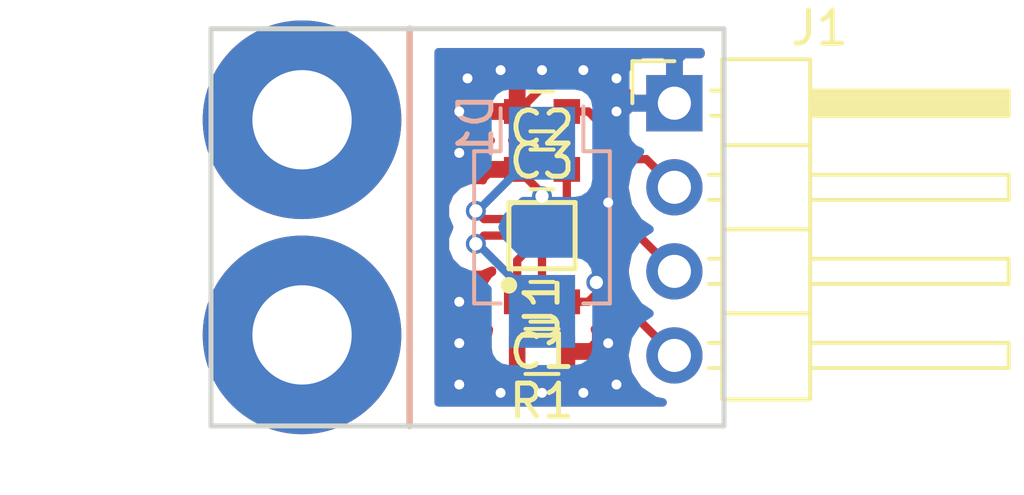
<source format=kicad_pcb>
(kicad_pcb (version 4) (host pcbnew 4.0.7-e2-6376~58~ubuntu17.04.1)

  (general
    (links 32)
    (no_connects 0)
    (area 143.8 95.025 175.025001 111.825)
    (thickness 1.6)
    (drawings 6)
    (tracks 55)
    (zones 0)
    (modules 26)
    (nets 9)
  )

  (page A4)
  (layers
    (0 F.Cu signal)
    (31 B.Cu signal)
    (32 B.Adhes user)
    (33 F.Adhes user)
    (34 B.Paste user)
    (35 F.Paste user)
    (36 B.SilkS user)
    (37 F.SilkS user)
    (38 B.Mask user)
    (39 F.Mask user)
    (40 Dwgs.User user)
    (41 Cmts.User user)
    (42 Eco1.User user)
    (43 Eco2.User user)
    (44 Edge.Cuts user)
    (45 Margin user)
    (46 B.CrtYd user)
    (47 F.CrtYd user)
    (48 B.Fab user)
    (49 F.Fab user)
  )

  (setup
    (last_trace_width 0.25)
    (trace_clearance 0.2)
    (zone_clearance 0.508)
    (zone_45_only no)
    (trace_min 0.2)
    (segment_width 0.2)
    (edge_width 0.15)
    (via_size 0.6)
    (via_drill 0.4)
    (via_min_size 0.4)
    (via_min_drill 0.3)
    (uvia_size 0.3)
    (uvia_drill 0.1)
    (uvias_allowed no)
    (uvia_min_size 0.2)
    (uvia_min_drill 0.1)
    (pcb_text_width 0.3)
    (pcb_text_size 1.5 1.5)
    (mod_edge_width 0.15)
    (mod_text_size 1 1)
    (mod_text_width 0.15)
    (pad_size 0.5 0.5)
    (pad_drill 0.3)
    (pad_to_mask_clearance 0.2)
    (aux_axis_origin 0 0)
    (visible_elements FFFFFF7F)
    (pcbplotparams
      (layerselection 0x010f0_80000001)
      (usegerberextensions true)
      (excludeedgelayer true)
      (linewidth 0.100000)
      (plotframeref false)
      (viasonmask false)
      (mode 1)
      (useauxorigin false)
      (hpglpennumber 1)
      (hpglpenspeed 20)
      (hpglpendiameter 15)
      (hpglpenoverlay 2)
      (psnegative false)
      (psa4output false)
      (plotreference true)
      (plotvalue true)
      (plotinvisibletext false)
      (padsonsilk false)
      (subtractmaskfromsilk false)
      (outputformat 1)
      (mirror false)
      (drillshape 0)
      (scaleselection 1)
      (outputdirectory gerber/))
  )

  (net 0 "")
  (net 1 "Net-(C1-Pad2)")
  (net 2 GND)
  (net 3 "Net-(D1-Pad2)")
  (net 4 "Net-(D1-Pad1)")
  (net 5 "Net-(R1-Pad1)")
  (net 6 /DATA)
  (net 7 /ENV)
  (net 8 +3V3)

  (net_class Default "This is the default net class."
    (clearance 0.2)
    (trace_width 0.25)
    (via_dia 0.6)
    (via_drill 0.4)
    (uvia_dia 0.3)
    (uvia_drill 0.1)
    (add_net +3V3)
    (add_net /DATA)
    (add_net /ENV)
    (add_net GND)
    (add_net "Net-(C1-Pad2)")
    (add_net "Net-(D1-Pad1)")
    (add_net "Net-(D1-Pad2)")
    (add_net "Net-(R1-Pad1)")
  )

  (module random_stuff:VIA_0.4mm (layer F.Cu) (tedit 5A202FB3) (tstamp 5A203EC3)
    (at 162.25 106.75)
    (fp_text reference REF** (at 0 2.5) (layer F.SilkS) hide
      (effects (font (size 1 1) (thickness 0.15)))
    )
    (fp_text value "VIA 0.5mm" (at 0 -2.5) (layer F.Fab) hide
      (effects (font (size 1 1) (thickness 0.15)))
    )
    (pad 1 thru_hole circle (at 0 0) (size 0.5 0.5) (drill 0.3) (layers *.Cu)
      (net 2 GND) (zone_connect 2))
  )

  (module random_stuff:VIA_0.4mm (layer F.Cu) (tedit 5A202FB3) (tstamp 5A203EBF)
    (at 162.5 108)
    (fp_text reference REF** (at 0 2.5) (layer F.SilkS) hide
      (effects (font (size 1 1) (thickness 0.15)))
    )
    (fp_text value "VIA 0.5mm" (at 0 -2.5) (layer F.Fab) hide
      (effects (font (size 1 1) (thickness 0.15)))
    )
    (pad 1 thru_hole circle (at 0 0) (size 0.5 0.5) (drill 0.3) (layers *.Cu)
      (net 2 GND) (zone_connect 2))
  )

  (module random_stuff:VIA_0.4mm (layer F.Cu) (tedit 5A202FB3) (tstamp 5A203EBB)
    (at 161.5 108.25)
    (fp_text reference REF** (at 0 2.5) (layer F.SilkS) hide
      (effects (font (size 1 1) (thickness 0.15)))
    )
    (fp_text value "VIA 0.5mm" (at 0 -2.5) (layer F.Fab) hide
      (effects (font (size 1 1) (thickness 0.15)))
    )
    (pad 1 thru_hole circle (at 0 0) (size 0.5 0.5) (drill 0.3) (layers *.Cu)
      (net 2 GND) (zone_connect 2))
  )

  (module random_stuff:VIA_0.4mm (layer F.Cu) (tedit 5A202FB3) (tstamp 5A203EB7)
    (at 160.25 108.25)
    (fp_text reference REF** (at 0 2.5) (layer F.SilkS) hide
      (effects (font (size 1 1) (thickness 0.15)))
    )
    (fp_text value "VIA 0.5mm" (at 0 -2.5) (layer F.Fab) hide
      (effects (font (size 1 1) (thickness 0.15)))
    )
    (pad 1 thru_hole circle (at 0 0) (size 0.5 0.5) (drill 0.3) (layers *.Cu)
      (net 2 GND) (zone_connect 2))
  )

  (module random_stuff:VIA_0.4mm (layer F.Cu) (tedit 5A202FB3) (tstamp 5A203EAF)
    (at 159 108.25)
    (fp_text reference REF** (at 0 2.5) (layer F.SilkS) hide
      (effects (font (size 1 1) (thickness 0.15)))
    )
    (fp_text value "VIA 0.5mm" (at 0 -2.5) (layer F.Fab) hide
      (effects (font (size 1 1) (thickness 0.15)))
    )
    (pad 1 thru_hole circle (at 0 0) (size 0.5 0.5) (drill 0.3) (layers *.Cu)
      (net 2 GND) (zone_connect 2))
  )

  (module random_stuff:VIA_0.4mm (layer F.Cu) (tedit 5A202FB3) (tstamp 5A203E95)
    (at 157.75 108)
    (fp_text reference REF** (at 0 2.5) (layer F.SilkS) hide
      (effects (font (size 1 1) (thickness 0.15)))
    )
    (fp_text value "VIA 0.5mm" (at 0 -2.5) (layer F.Fab) hide
      (effects (font (size 1 1) (thickness 0.15)))
    )
    (pad 1 thru_hole circle (at 0 0) (size 0.5 0.5) (drill 0.3) (layers *.Cu)
      (net 2 GND) (zone_connect 2))
  )

  (module random_stuff:VIA_0.4mm (layer F.Cu) (tedit 5A202FB3) (tstamp 5A203E91)
    (at 157.75 106.75)
    (fp_text reference REF** (at 0 2.5) (layer F.SilkS) hide
      (effects (font (size 1 1) (thickness 0.15)))
    )
    (fp_text value "VIA 0.5mm" (at 0 -2.5) (layer F.Fab) hide
      (effects (font (size 1 1) (thickness 0.15)))
    )
    (pad 1 thru_hole circle (at 0 0) (size 0.5 0.5) (drill 0.3) (layers *.Cu)
      (net 2 GND) (zone_connect 2))
  )

  (module random_stuff:VIA_0.4mm (layer F.Cu) (tedit 5A202FB3) (tstamp 5A203E8D)
    (at 157.75 105.5)
    (fp_text reference REF** (at 0 2.5) (layer F.SilkS) hide
      (effects (font (size 1 1) (thickness 0.15)))
    )
    (fp_text value "VIA 0.5mm" (at 0 -2.5) (layer F.Fab) hide
      (effects (font (size 1 1) (thickness 0.15)))
    )
    (pad 1 thru_hole circle (at 0 0) (size 0.5 0.5) (drill 0.3) (layers *.Cu)
      (net 2 GND) (zone_connect 2))
  )

  (module random_stuff:VIA_0.4mm (layer F.Cu) (tedit 5A202FB3) (tstamp 5A203E84)
    (at 162.25 102.5)
    (fp_text reference REF** (at 0 2.5) (layer F.SilkS) hide
      (effects (font (size 1 1) (thickness 0.15)))
    )
    (fp_text value "VIA 0.5mm" (at 0 -2.5) (layer F.Fab) hide
      (effects (font (size 1 1) (thickness 0.15)))
    )
    (pad 1 thru_hole circle (at 0 0) (size 0.5 0.5) (drill 0.3) (layers *.Cu)
      (net 2 GND) (zone_connect 2))
  )

  (module random_stuff:VIA_0.4mm (layer F.Cu) (tedit 5A202FB3) (tstamp 5A203E80)
    (at 162.5 99.75)
    (fp_text reference REF** (at 0 2.5) (layer F.SilkS) hide
      (effects (font (size 1 1) (thickness 0.15)))
    )
    (fp_text value "VIA 0.5mm" (at 0 -2.5) (layer F.Fab) hide
      (effects (font (size 1 1) (thickness 0.15)))
    )
    (pad 1 thru_hole circle (at 0 0) (size 0.5 0.5) (drill 0.3) (layers *.Cu)
      (net 2 GND) (zone_connect 2))
  )

  (module random_stuff:VIA_0.4mm (layer F.Cu) (tedit 5A202FB3) (tstamp 5A203E75)
    (at 161.5 98.5)
    (fp_text reference REF** (at 0 2.5) (layer F.SilkS) hide
      (effects (font (size 1 1) (thickness 0.15)))
    )
    (fp_text value "VIA 0.5mm" (at 0 -2.5) (layer F.Fab) hide
      (effects (font (size 1 1) (thickness 0.15)))
    )
    (pad 1 thru_hole circle (at 0 0) (size 0.5 0.5) (drill 0.3) (layers *.Cu)
      (net 2 GND) (zone_connect 2))
  )

  (module random_stuff:VIA_0.4mm (layer F.Cu) (tedit 5A202FB3) (tstamp 5A203E71)
    (at 160.25 98.5)
    (fp_text reference REF** (at 0 2.5) (layer F.SilkS) hide
      (effects (font (size 1 1) (thickness 0.15)))
    )
    (fp_text value "VIA 0.5mm" (at 0 -2.5) (layer F.Fab) hide
      (effects (font (size 1 1) (thickness 0.15)))
    )
    (pad 1 thru_hole circle (at 0 0) (size 0.5 0.5) (drill 0.3) (layers *.Cu)
      (net 2 GND) (zone_connect 2))
  )

  (module random_stuff:VIA_0.4mm (layer F.Cu) (tedit 5A202FB3) (tstamp 5A203E5E)
    (at 157.75 101)
    (fp_text reference REF** (at 0 2.5) (layer F.SilkS) hide
      (effects (font (size 1 1) (thickness 0.15)))
    )
    (fp_text value "VIA 0.5mm" (at 0 -2.5) (layer F.Fab) hide
      (effects (font (size 1 1) (thickness 0.15)))
    )
    (pad 1 thru_hole circle (at 0 0) (size 0.5 0.5) (drill 0.3) (layers *.Cu)
      (net 2 GND) (zone_connect 2))
  )

  (module random_stuff:VIA_0.4mm (layer F.Cu) (tedit 5A202FB3) (tstamp 5A203E49)
    (at 162.5 98.75)
    (fp_text reference REF** (at 0 2.5) (layer F.SilkS) hide
      (effects (font (size 1 1) (thickness 0.15)))
    )
    (fp_text value "VIA 0.5mm" (at 0 -2.5) (layer F.Fab) hide
      (effects (font (size 1 1) (thickness 0.15)))
    )
    (pad 1 thru_hole circle (at 0 0) (size 0.5 0.5) (drill 0.3) (layers *.Cu)
      (net 2 GND) (zone_connect 2))
  )

  (module random_stuff:VIA_0.4mm (layer F.Cu) (tedit 5A202FB3) (tstamp 5A203E45)
    (at 159 98.5)
    (fp_text reference REF** (at 0 2.5) (layer F.SilkS) hide
      (effects (font (size 1 1) (thickness 0.15)))
    )
    (fp_text value "VIA 0.5mm" (at 0 -2.5) (layer F.Fab) hide
      (effects (font (size 1 1) (thickness 0.15)))
    )
    (pad 1 thru_hole circle (at 0 0) (size 0.5 0.5) (drill 0.3) (layers *.Cu)
      (net 2 GND) (zone_connect 2))
  )

  (module random_stuff:VIA_0.4mm (layer F.Cu) (tedit 5A202FB3) (tstamp 5A203E41)
    (at 157.75 99.75)
    (fp_text reference REF** (at 0 2.5) (layer F.SilkS) hide
      (effects (font (size 1 1) (thickness 0.15)))
    )
    (fp_text value "VIA 0.5mm" (at 0 -2.5) (layer F.Fab) hide
      (effects (font (size 1 1) (thickness 0.15)))
    )
    (pad 1 thru_hole circle (at 0 0) (size 0.5 0.5) (drill 0.3) (layers *.Cu)
      (net 2 GND) (zone_connect 2))
  )

  (module Mounting_Holes:MountingHole_3mm_Pad (layer F.Cu) (tedit 5A202E5E) (tstamp 5A203806)
    (at 153 106.5)
    (descr "Mounting Hole 3mm")
    (tags "mounting hole 3mm")
    (attr virtual)
    (fp_text reference REF** (at 0 -4) (layer F.SilkS) hide
      (effects (font (size 1 1) (thickness 0.15)))
    )
    (fp_text value MountingHole_3mm_Pad (at 0 4) (layer F.Fab)
      (effects (font (size 1 1) (thickness 0.15)))
    )
    (fp_text user %R (at 0.3 0) (layer F.Fab)
      (effects (font (size 1 1) (thickness 0.15)))
    )
    (fp_circle (center 0 0) (end 3 0) (layer Cmts.User) (width 0.15))
    (fp_circle (center 0 0) (end 3.25 0) (layer F.CrtYd) (width 0.05))
    (pad 1 thru_hole circle (at 0 0) (size 6 6) (drill 3) (layers *.Cu *.Mask))
  )

  (module Opto-Devices:PhotoDiode_SMD-DIL2_4.5x4 (layer B.Cu) (tedit 588BD35E) (tstamp 5A202B38)
    (at 160.25 103.25 270)
    (descr "PhotoDiode, plastic SMD DIL, 4.5x4mm²")
    (tags "PhotoDiode plastic SMD DIL")
    (path /5A201D54)
    (attr smd)
    (fp_text reference D1 (at -3.04 2 270) (layer B.SilkS)
      (effects (font (size 1 1) (thickness 0.15)) (justify mirror))
    )
    (fp_text value D_Photo (at 0 -3.17 270) (layer B.Fab)
      (effects (font (size 1 1) (thickness 0.15)) (justify mirror))
    )
    (fp_line (start -3.65 -1.25) (end -2.3 -1.25) (layer B.SilkS) (width 0.12))
    (fp_line (start -2.3 -1.25) (end -2.3 -2.05) (layer B.SilkS) (width 0.12))
    (fp_line (start -2.3 -2.05) (end 2.3 -2.05) (layer B.SilkS) (width 0.12))
    (fp_line (start 2.3 -2.05) (end 2.3 -1.25) (layer B.SilkS) (width 0.12))
    (fp_line (start 2.3 1.25) (end 2.3 2.05) (layer B.SilkS) (width 0.12))
    (fp_line (start 2.3 2.05) (end -2.3 2.05) (layer B.SilkS) (width 0.12))
    (fp_line (start -2.3 2.05) (end -2.3 1.25) (layer B.SilkS) (width 0.12))
    (fp_line (start -2.3 1.25) (end -3.6 1.25) (layer B.SilkS) (width 0.12))
    (fp_line (start -2.25 1.4) (end -2.25 -2) (layer B.Fab) (width 0.1))
    (fp_line (start -2.25 1.4) (end -1.65 2) (layer B.Fab) (width 0.1))
    (fp_line (start -1.65 2) (end 2.25 2) (layer B.Fab) (width 0.1))
    (fp_line (start 2.25 2) (end 2.25 -2) (layer B.Fab) (width 0.1))
    (fp_line (start 2.25 -2) (end -2.25 -2) (layer B.Fab) (width 0.1))
    (fp_line (start 0.45 0.38) (end 0.71 0.38) (layer B.Fab) (width 0.1))
    (fp_line (start 0.45 0.38) (end 0.45 0.64) (layer B.Fab) (width 0.1))
    (fp_line (start -0.05 0.38) (end 0.2 0.38) (layer B.Fab) (width 0.1))
    (fp_line (start -0.05 0.38) (end -0.05 0.64) (layer B.Fab) (width 0.1))
    (fp_line (start 0.71 1.14) (end -0.05 0.38) (layer B.Fab) (width 0.1))
    (fp_line (start 1.22 1.14) (end 0.45 0.38) (layer B.Fab) (width 0.1))
    (fp_line (start -0.31 -0.64) (end 0.33 0) (layer B.Fab) (width 0.1))
    (fp_line (start 0.33 0) (end 0.33 -1.27) (layer B.Fab) (width 0.1))
    (fp_line (start 0.33 -1.27) (end -0.31 -0.64) (layer B.Fab) (width 0.1))
    (fp_line (start -0.31 0) (end -0.31 -1.27) (layer B.Fab) (width 0.1))
    (fp_line (start -1.27 -0.64) (end 1.27 -0.64) (layer B.Fab) (width 0.1))
    (fp_line (start -3.89 2.25) (end 3.89 2.25) (layer B.CrtYd) (width 0.05))
    (fp_line (start -3.89 2.25) (end -3.89 -2.25) (layer B.CrtYd) (width 0.05))
    (fp_line (start 3.89 -2.25) (end 3.89 2.25) (layer B.CrtYd) (width 0.05))
    (fp_line (start 3.89 -2.25) (end -3.89 -2.25) (layer B.CrtYd) (width 0.05))
    (pad 2 smd rect (at 2.54 0 90) (size 2.2 2) (layers B.Cu B.Paste B.Mask)
      (net 3 "Net-(D1-Pad2)"))
    (pad 1 smd rect (at -2.54 0 90) (size 2.2 2) (layers B.Cu B.Paste B.Mask)
      (net 4 "Net-(D1-Pad1)"))
  )

  (module Capacitors_SMD:C_0603 (layer F.Cu) (tedit 59958EE7) (tstamp 5A202B10)
    (at 160.25 105.5 180)
    (descr "Capacitor SMD 0603, reflow soldering, AVX (see smccp.pdf)")
    (tags "capacitor 0603")
    (path /5A201F3F)
    (attr smd)
    (fp_text reference C1 (at 0 -1.5 180) (layer F.SilkS)
      (effects (font (size 1 1) (thickness 0.15)))
    )
    (fp_text value 1.0uF (at 0 1.5 180) (layer F.Fab)
      (effects (font (size 1 1) (thickness 0.15)))
    )
    (fp_line (start 1.4 0.65) (end -1.4 0.65) (layer F.CrtYd) (width 0.05))
    (fp_line (start 1.4 0.65) (end 1.4 -0.65) (layer F.CrtYd) (width 0.05))
    (fp_line (start -1.4 -0.65) (end -1.4 0.65) (layer F.CrtYd) (width 0.05))
    (fp_line (start -1.4 -0.65) (end 1.4 -0.65) (layer F.CrtYd) (width 0.05))
    (fp_line (start 0.35 0.6) (end -0.35 0.6) (layer F.SilkS) (width 0.12))
    (fp_line (start -0.35 -0.6) (end 0.35 -0.6) (layer F.SilkS) (width 0.12))
    (fp_line (start -0.8 -0.4) (end 0.8 -0.4) (layer F.Fab) (width 0.1))
    (fp_line (start 0.8 -0.4) (end 0.8 0.4) (layer F.Fab) (width 0.1))
    (fp_line (start 0.8 0.4) (end -0.8 0.4) (layer F.Fab) (width 0.1))
    (fp_line (start -0.8 0.4) (end -0.8 -0.4) (layer F.Fab) (width 0.1))
    (fp_text user %R (at 0 0 180) (layer F.Fab)
      (effects (font (size 0.3 0.3) (thickness 0.075)))
    )
    (pad 2 smd rect (at 0.75 0 180) (size 0.8 0.75) (layers F.Cu F.Paste F.Mask)
      (net 1 "Net-(C1-Pad2)"))
    (pad 1 smd rect (at -0.75 0 180) (size 0.8 0.75) (layers F.Cu F.Paste F.Mask)
      (net 2 GND))
    (model Capacitors_SMD.3dshapes/C_0603.wrl
      (at (xyz 0 0 0))
      (scale (xyz 1 1 1))
      (rotate (xyz 0 0 0))
    )
  )

  (module Capacitors_SMD:C_0603 (layer F.Cu) (tedit 59958EE7) (tstamp 5A202B16)
    (at 160.25 101.5 180)
    (descr "Capacitor SMD 0603, reflow soldering, AVX (see smccp.pdf)")
    (tags "capacitor 0603")
    (path /5A202193)
    (attr smd)
    (fp_text reference C2 (at 0 1.25 180) (layer F.SilkS)
      (effects (font (size 1 1) (thickness 0.15)))
    )
    (fp_text value 0.1uF (at 0 1.5 180) (layer F.Fab)
      (effects (font (size 1 1) (thickness 0.15)))
    )
    (fp_line (start 1.4 0.65) (end -1.4 0.65) (layer F.CrtYd) (width 0.05))
    (fp_line (start 1.4 0.65) (end 1.4 -0.65) (layer F.CrtYd) (width 0.05))
    (fp_line (start -1.4 -0.65) (end -1.4 0.65) (layer F.CrtYd) (width 0.05))
    (fp_line (start -1.4 -0.65) (end 1.4 -0.65) (layer F.CrtYd) (width 0.05))
    (fp_line (start 0.35 0.6) (end -0.35 0.6) (layer F.SilkS) (width 0.12))
    (fp_line (start -0.35 -0.6) (end 0.35 -0.6) (layer F.SilkS) (width 0.12))
    (fp_line (start -0.8 -0.4) (end 0.8 -0.4) (layer F.Fab) (width 0.1))
    (fp_line (start 0.8 -0.4) (end 0.8 0.4) (layer F.Fab) (width 0.1))
    (fp_line (start 0.8 0.4) (end -0.8 0.4) (layer F.Fab) (width 0.1))
    (fp_line (start -0.8 0.4) (end -0.8 -0.4) (layer F.Fab) (width 0.1))
    (fp_text user %R (at 0 0 180) (layer F.Fab)
      (effects (font (size 0.3 0.3) (thickness 0.075)))
    )
    (pad 2 smd rect (at 0.75 0 180) (size 0.8 0.75) (layers F.Cu F.Paste F.Mask)
      (net 2 GND))
    (pad 1 smd rect (at -0.75 0 180) (size 0.8 0.75) (layers F.Cu F.Paste F.Mask)
      (net 8 +3V3))
    (model Capacitors_SMD.3dshapes/C_0603.wrl
      (at (xyz 0 0 0))
      (scale (xyz 1 1 1))
      (rotate (xyz 0 0 0))
    )
  )

  (module Resistors_SMD:R_0603 (layer F.Cu) (tedit 58E0A804) (tstamp 5A202B3E)
    (at 160.25 107)
    (descr "Resistor SMD 0603, reflow soldering, Vishay (see dcrcw.pdf)")
    (tags "resistor 0603")
    (path /5A201C09)
    (attr smd)
    (fp_text reference R1 (at 0 1.5) (layer F.SilkS)
      (effects (font (size 1 1) (thickness 0.15)))
    )
    (fp_text value "15k 1%" (at 0 1.5) (layer F.Fab)
      (effects (font (size 1 1) (thickness 0.15)))
    )
    (fp_text user %R (at 0 0) (layer F.Fab)
      (effects (font (size 0.4 0.4) (thickness 0.075)))
    )
    (fp_line (start -0.8 0.4) (end -0.8 -0.4) (layer F.Fab) (width 0.1))
    (fp_line (start 0.8 0.4) (end -0.8 0.4) (layer F.Fab) (width 0.1))
    (fp_line (start 0.8 -0.4) (end 0.8 0.4) (layer F.Fab) (width 0.1))
    (fp_line (start -0.8 -0.4) (end 0.8 -0.4) (layer F.Fab) (width 0.1))
    (fp_line (start 0.5 0.68) (end -0.5 0.68) (layer F.SilkS) (width 0.12))
    (fp_line (start -0.5 -0.68) (end 0.5 -0.68) (layer F.SilkS) (width 0.12))
    (fp_line (start -1.25 -0.7) (end 1.25 -0.7) (layer F.CrtYd) (width 0.05))
    (fp_line (start -1.25 -0.7) (end -1.25 0.7) (layer F.CrtYd) (width 0.05))
    (fp_line (start 1.25 0.7) (end 1.25 -0.7) (layer F.CrtYd) (width 0.05))
    (fp_line (start 1.25 0.7) (end -1.25 0.7) (layer F.CrtYd) (width 0.05))
    (pad 1 smd rect (at -0.75 0) (size 0.5 0.9) (layers F.Cu F.Paste F.Mask)
      (net 5 "Net-(R1-Pad1)"))
    (pad 2 smd rect (at 0.75 0) (size 0.5 0.9) (layers F.Cu F.Paste F.Mask)
      (net 2 GND))
    (model ${KISYS3DMOD}/Resistors_SMD.3dshapes/R_0603.wrl
      (at (xyz 0 0 0))
      (scale (xyz 1 1 1))
      (rotate (xyz 0 0 0))
    )
  )

  (module random_stuff:WLCSP-3x3 (layer F.Cu) (tedit 5A201591) (tstamp 5A202B54)
    (at 160.25 103.5 90)
    (path /5A201B7B)
    (fp_text reference U1 (at -2.25 0 90) (layer F.SilkS)
      (effects (font (size 1 1) (thickness 0.15)))
    )
    (fp_text value TS4231 (at 0 -2 90) (layer F.Fab)
      (effects (font (size 1 1) (thickness 0.15)))
    )
    (fp_line (start -1 -1) (end -1 1) (layer F.CrtYd) (width 0.15))
    (fp_line (start 1 1) (end -1 1) (layer F.CrtYd) (width 0.15))
    (fp_line (start 1 -1) (end 1 1) (layer F.CrtYd) (width 0.15))
    (fp_line (start -1 -1) (end 1 -1) (layer F.CrtYd) (width 0.15))
    (fp_line (start -1 1) (end -1 -1) (layer F.SilkS) (width 0.15))
    (fp_line (start 1 1) (end -1 1) (layer F.SilkS) (width 0.15))
    (fp_line (start 1 -1) (end 1 1) (layer F.SilkS) (width 0.15))
    (fp_line (start -1 -1) (end 1 -1) (layer F.SilkS) (width 0.15))
    (pad A1 smd circle (at -0.5 -0.5 90) (size 0.22 0.22) (layers F.Cu F.Paste F.Mask)
      (net 1 "Net-(C1-Pad2)") (solder_mask_margin 0.05))
    (pad A2 smd circle (at 0 -0.5 90) (size 0.22 0.22) (layers F.Cu F.Paste F.Mask)
      (net 3 "Net-(D1-Pad2)") (solder_mask_margin 0.05))
    (pad A3 smd circle (at 0.5 -0.5 90) (size 0.22 0.22) (layers F.Cu F.Paste F.Mask)
      (net 4 "Net-(D1-Pad1)") (solder_mask_margin 0.05))
    (pad B1 smd circle (at -0.5 0 90) (size 0.22 0.22) (layers F.Cu F.Paste F.Mask)
      (net 5 "Net-(R1-Pad1)") (solder_mask_margin 0.05))
    (pad C1 smd circle (at -0.5 0.5 90) (size 0.22 0.22) (layers F.Cu F.Paste F.Mask)
      (net 6 /DATA) (solder_mask_margin 0.05))
    (pad C2 smd circle (at 0 0.5 90) (size 0.22 0.22) (layers F.Cu F.Paste F.Mask)
      (net 7 /ENV) (solder_mask_margin 0.05))
    (pad C3 smd circle (at 0.5 0.5 90) (size 0.22 0.22) (layers F.Cu F.Paste F.Mask)
      (net 8 +3V3) (solder_mask_margin 0.05))
    (pad B2 smd circle (at 0 0 90) (size 0.22 0.22) (layers F.Cu F.Paste F.Mask)
      (net 2 GND) (solder_mask_margin 0.05))
    (pad B3 smd circle (at 0.5 0 90) (size 0.22 0.22) (layers F.Cu F.Paste F.Mask)
      (net 2 GND) (solder_mask_margin 0.05))
    (pad "" smd circle (at -1.5 -1 90) (size 0.5 0.5) (layers F.SilkS))
  )

  (module Pin_Headers:Pin_Header_Angled_1x04_Pitch2.54mm (layer F.Cu) (tedit 59650532) (tstamp 5A2037C9)
    (at 164.25 99.5)
    (descr "Through hole angled pin header, 1x04, 2.54mm pitch, 6mm pin length, single row")
    (tags "Through hole angled pin header THT 1x04 2.54mm single row")
    (path /5A202A5F)
    (fp_text reference J1 (at 4.385 -2.27) (layer F.SilkS)
      (effects (font (size 1 1) (thickness 0.15)))
    )
    (fp_text value Conn_01x04 (at 4.385 9.89) (layer F.Fab)
      (effects (font (size 1 1) (thickness 0.15)))
    )
    (fp_line (start 2.135 -1.27) (end 4.04 -1.27) (layer F.Fab) (width 0.1))
    (fp_line (start 4.04 -1.27) (end 4.04 8.89) (layer F.Fab) (width 0.1))
    (fp_line (start 4.04 8.89) (end 1.5 8.89) (layer F.Fab) (width 0.1))
    (fp_line (start 1.5 8.89) (end 1.5 -0.635) (layer F.Fab) (width 0.1))
    (fp_line (start 1.5 -0.635) (end 2.135 -1.27) (layer F.Fab) (width 0.1))
    (fp_line (start -0.32 -0.32) (end 1.5 -0.32) (layer F.Fab) (width 0.1))
    (fp_line (start -0.32 -0.32) (end -0.32 0.32) (layer F.Fab) (width 0.1))
    (fp_line (start -0.32 0.32) (end 1.5 0.32) (layer F.Fab) (width 0.1))
    (fp_line (start 4.04 -0.32) (end 10.04 -0.32) (layer F.Fab) (width 0.1))
    (fp_line (start 10.04 -0.32) (end 10.04 0.32) (layer F.Fab) (width 0.1))
    (fp_line (start 4.04 0.32) (end 10.04 0.32) (layer F.Fab) (width 0.1))
    (fp_line (start -0.32 2.22) (end 1.5 2.22) (layer F.Fab) (width 0.1))
    (fp_line (start -0.32 2.22) (end -0.32 2.86) (layer F.Fab) (width 0.1))
    (fp_line (start -0.32 2.86) (end 1.5 2.86) (layer F.Fab) (width 0.1))
    (fp_line (start 4.04 2.22) (end 10.04 2.22) (layer F.Fab) (width 0.1))
    (fp_line (start 10.04 2.22) (end 10.04 2.86) (layer F.Fab) (width 0.1))
    (fp_line (start 4.04 2.86) (end 10.04 2.86) (layer F.Fab) (width 0.1))
    (fp_line (start -0.32 4.76) (end 1.5 4.76) (layer F.Fab) (width 0.1))
    (fp_line (start -0.32 4.76) (end -0.32 5.4) (layer F.Fab) (width 0.1))
    (fp_line (start -0.32 5.4) (end 1.5 5.4) (layer F.Fab) (width 0.1))
    (fp_line (start 4.04 4.76) (end 10.04 4.76) (layer F.Fab) (width 0.1))
    (fp_line (start 10.04 4.76) (end 10.04 5.4) (layer F.Fab) (width 0.1))
    (fp_line (start 4.04 5.4) (end 10.04 5.4) (layer F.Fab) (width 0.1))
    (fp_line (start -0.32 7.3) (end 1.5 7.3) (layer F.Fab) (width 0.1))
    (fp_line (start -0.32 7.3) (end -0.32 7.94) (layer F.Fab) (width 0.1))
    (fp_line (start -0.32 7.94) (end 1.5 7.94) (layer F.Fab) (width 0.1))
    (fp_line (start 4.04 7.3) (end 10.04 7.3) (layer F.Fab) (width 0.1))
    (fp_line (start 10.04 7.3) (end 10.04 7.94) (layer F.Fab) (width 0.1))
    (fp_line (start 4.04 7.94) (end 10.04 7.94) (layer F.Fab) (width 0.1))
    (fp_line (start 1.44 -1.33) (end 1.44 8.95) (layer F.SilkS) (width 0.12))
    (fp_line (start 1.44 8.95) (end 4.1 8.95) (layer F.SilkS) (width 0.12))
    (fp_line (start 4.1 8.95) (end 4.1 -1.33) (layer F.SilkS) (width 0.12))
    (fp_line (start 4.1 -1.33) (end 1.44 -1.33) (layer F.SilkS) (width 0.12))
    (fp_line (start 4.1 -0.38) (end 10.1 -0.38) (layer F.SilkS) (width 0.12))
    (fp_line (start 10.1 -0.38) (end 10.1 0.38) (layer F.SilkS) (width 0.12))
    (fp_line (start 10.1 0.38) (end 4.1 0.38) (layer F.SilkS) (width 0.12))
    (fp_line (start 4.1 -0.32) (end 10.1 -0.32) (layer F.SilkS) (width 0.12))
    (fp_line (start 4.1 -0.2) (end 10.1 -0.2) (layer F.SilkS) (width 0.12))
    (fp_line (start 4.1 -0.08) (end 10.1 -0.08) (layer F.SilkS) (width 0.12))
    (fp_line (start 4.1 0.04) (end 10.1 0.04) (layer F.SilkS) (width 0.12))
    (fp_line (start 4.1 0.16) (end 10.1 0.16) (layer F.SilkS) (width 0.12))
    (fp_line (start 4.1 0.28) (end 10.1 0.28) (layer F.SilkS) (width 0.12))
    (fp_line (start 1.11 -0.38) (end 1.44 -0.38) (layer F.SilkS) (width 0.12))
    (fp_line (start 1.11 0.38) (end 1.44 0.38) (layer F.SilkS) (width 0.12))
    (fp_line (start 1.44 1.27) (end 4.1 1.27) (layer F.SilkS) (width 0.12))
    (fp_line (start 4.1 2.16) (end 10.1 2.16) (layer F.SilkS) (width 0.12))
    (fp_line (start 10.1 2.16) (end 10.1 2.92) (layer F.SilkS) (width 0.12))
    (fp_line (start 10.1 2.92) (end 4.1 2.92) (layer F.SilkS) (width 0.12))
    (fp_line (start 1.042929 2.16) (end 1.44 2.16) (layer F.SilkS) (width 0.12))
    (fp_line (start 1.042929 2.92) (end 1.44 2.92) (layer F.SilkS) (width 0.12))
    (fp_line (start 1.44 3.81) (end 4.1 3.81) (layer F.SilkS) (width 0.12))
    (fp_line (start 4.1 4.7) (end 10.1 4.7) (layer F.SilkS) (width 0.12))
    (fp_line (start 10.1 4.7) (end 10.1 5.46) (layer F.SilkS) (width 0.12))
    (fp_line (start 10.1 5.46) (end 4.1 5.46) (layer F.SilkS) (width 0.12))
    (fp_line (start 1.042929 4.7) (end 1.44 4.7) (layer F.SilkS) (width 0.12))
    (fp_line (start 1.042929 5.46) (end 1.44 5.46) (layer F.SilkS) (width 0.12))
    (fp_line (start 1.44 6.35) (end 4.1 6.35) (layer F.SilkS) (width 0.12))
    (fp_line (start 4.1 7.24) (end 10.1 7.24) (layer F.SilkS) (width 0.12))
    (fp_line (start 10.1 7.24) (end 10.1 8) (layer F.SilkS) (width 0.12))
    (fp_line (start 10.1 8) (end 4.1 8) (layer F.SilkS) (width 0.12))
    (fp_line (start 1.042929 7.24) (end 1.44 7.24) (layer F.SilkS) (width 0.12))
    (fp_line (start 1.042929 8) (end 1.44 8) (layer F.SilkS) (width 0.12))
    (fp_line (start -1.27 0) (end -1.27 -1.27) (layer F.SilkS) (width 0.12))
    (fp_line (start -1.27 -1.27) (end 0 -1.27) (layer F.SilkS) (width 0.12))
    (fp_line (start -1.8 -1.8) (end -1.8 9.4) (layer F.CrtYd) (width 0.05))
    (fp_line (start -1.8 9.4) (end 10.55 9.4) (layer F.CrtYd) (width 0.05))
    (fp_line (start 10.55 9.4) (end 10.55 -1.8) (layer F.CrtYd) (width 0.05))
    (fp_line (start 10.55 -1.8) (end -1.8 -1.8) (layer F.CrtYd) (width 0.05))
    (fp_text user %R (at 2.77 3.81 90) (layer F.Fab)
      (effects (font (size 1 1) (thickness 0.15)))
    )
    (pad 1 thru_hole rect (at 0 0) (size 1.7 1.7) (drill 1) (layers *.Cu *.Mask)
      (net 2 GND))
    (pad 2 thru_hole oval (at 0 2.54) (size 1.7 1.7) (drill 1) (layers *.Cu *.Mask)
      (net 8 +3V3))
    (pad 3 thru_hole oval (at 0 5.08) (size 1.7 1.7) (drill 1) (layers *.Cu *.Mask)
      (net 7 /ENV))
    (pad 4 thru_hole oval (at 0 7.62) (size 1.7 1.7) (drill 1) (layers *.Cu *.Mask)
      (net 6 /DATA))
    (model ${KISYS3DMOD}/Pin_Headers.3dshapes/Pin_Header_Angled_1x04_Pitch2.54mm.wrl
      (at (xyz 0 0 0))
      (scale (xyz 1 1 1))
      (rotate (xyz 0 0 0))
    )
  )

  (module Mounting_Holes:MountingHole_3mm_Pad (layer F.Cu) (tedit 5A202E57) (tstamp 5A2037E8)
    (at 153 100)
    (descr "Mounting Hole 3mm")
    (tags "mounting hole 3mm")
    (attr virtual)
    (fp_text reference REF** (at 0 -4) (layer F.SilkS) hide
      (effects (font (size 1 1) (thickness 0.15)))
    )
    (fp_text value MountingHole_3mm_Pad (at 0 4) (layer F.Fab)
      (effects (font (size 1 1) (thickness 0.15)))
    )
    (fp_text user %R (at 0.3 0) (layer F.Fab)
      (effects (font (size 1 1) (thickness 0.15)))
    )
    (fp_circle (center 0 0) (end 3 0) (layer Cmts.User) (width 0.15))
    (fp_circle (center 0 0) (end 3.25 0) (layer F.CrtYd) (width 0.05))
    (pad 1 thru_hole circle (at 0 0) (size 6 6) (drill 3) (layers *.Cu *.Mask))
  )

  (module random_stuff:VIA_0.4mm (layer F.Cu) (tedit 5A202FB3) (tstamp 5A203E2F)
    (at 158 98.75)
    (fp_text reference REF** (at 0 2.5) (layer F.SilkS) hide
      (effects (font (size 1 1) (thickness 0.15)))
    )
    (fp_text value "VIA 0.5mm" (at 0 -2.5) (layer F.Fab) hide
      (effects (font (size 1 1) (thickness 0.15)))
    )
    (pad 1 thru_hole circle (at 0 0) (size 0.5 0.5) (drill 0.3) (layers *.Cu)
      (net 2 GND) (zone_connect 2))
  )

  (module Capacitors_SMD:C_0603 (layer F.Cu) (tedit 59958EE7) (tstamp 5A203F99)
    (at 160.25 99.75 180)
    (descr "Capacitor SMD 0603, reflow soldering, AVX (see smccp.pdf)")
    (tags "capacitor 0603")
    (path /5A203145)
    (attr smd)
    (fp_text reference C3 (at 0 -1.5 180) (layer F.SilkS)
      (effects (font (size 1 1) (thickness 0.15)))
    )
    (fp_text value 10uF (at 0 1.5 180) (layer F.Fab)
      (effects (font (size 1 1) (thickness 0.15)))
    )
    (fp_line (start 1.4 0.65) (end -1.4 0.65) (layer F.CrtYd) (width 0.05))
    (fp_line (start 1.4 0.65) (end 1.4 -0.65) (layer F.CrtYd) (width 0.05))
    (fp_line (start -1.4 -0.65) (end -1.4 0.65) (layer F.CrtYd) (width 0.05))
    (fp_line (start -1.4 -0.65) (end 1.4 -0.65) (layer F.CrtYd) (width 0.05))
    (fp_line (start 0.35 0.6) (end -0.35 0.6) (layer F.SilkS) (width 0.12))
    (fp_line (start -0.35 -0.6) (end 0.35 -0.6) (layer F.SilkS) (width 0.12))
    (fp_line (start -0.8 -0.4) (end 0.8 -0.4) (layer F.Fab) (width 0.1))
    (fp_line (start 0.8 -0.4) (end 0.8 0.4) (layer F.Fab) (width 0.1))
    (fp_line (start 0.8 0.4) (end -0.8 0.4) (layer F.Fab) (width 0.1))
    (fp_line (start -0.8 0.4) (end -0.8 -0.4) (layer F.Fab) (width 0.1))
    (fp_text user %R (at 0 0 180) (layer F.Fab)
      (effects (font (size 0.3 0.3) (thickness 0.075)))
    )
    (pad 2 smd rect (at 0.75 0 180) (size 0.8 0.75) (layers F.Cu F.Paste F.Mask)
      (net 2 GND))
    (pad 1 smd rect (at -0.75 0 180) (size 0.8 0.75) (layers F.Cu F.Paste F.Mask)
      (net 8 +3V3))
    (model Capacitors_SMD.3dshapes/C_0603.wrl
      (at (xyz 0 0 0))
      (scale (xyz 1 1 1))
      (rotate (xyz 0 0 0))
    )
  )

  (gr_line (start 156.25 109.25) (end 156.25 97.25) (layer B.SilkS) (width 0.2) (tstamp 5A20399D))
  (gr_line (start 156.25 97.25) (end 156.25 109.25) (layer F.SilkS) (width 0.2))
  (gr_line (start 165.75 109.25) (end 165.75 97.25) (layer Edge.Cuts) (width 0.15))
  (gr_line (start 150.25 109.25) (end 165.75 109.25) (layer Edge.Cuts) (width 0.15))
  (gr_line (start 150.25 97.25) (end 150.25 109.25) (layer Edge.Cuts) (width 0.15))
  (gr_line (start 165.75 97.25) (end 150.25 97.25) (layer Edge.Cuts) (width 0.15))

  (segment (start 159.5 105.5) (end 159.5 104.25) (width 0.25) (layer F.Cu) (net 1))
  (segment (start 159.5 104.25) (end 159.75 104) (width 0.25) (layer F.Cu) (net 1))
  (segment (start 162.25 102.5) (end 162.25 104.556162) (width 0.25) (layer B.Cu) (net 2))
  (segment (start 162.25 104.556162) (end 161.891435 104.914727) (width 0.25) (layer B.Cu) (net 2))
  (segment (start 164.25 99.5) (end 163.15 99.5) (width 0.25) (layer F.Cu) (net 2))
  (segment (start 163.15 99.5) (end 162.4 98.75) (width 0.25) (layer F.Cu) (net 2))
  (segment (start 162.4 98.75) (end 160.525 98.75) (width 0.25) (layer F.Cu) (net 2))
  (segment (start 160.525 98.75) (end 159.525 99.75) (width 0.25) (layer F.Cu) (net 2))
  (segment (start 159.525 99.75) (end 159.5 99.75) (width 0.25) (layer F.Cu) (net 2))
  (segment (start 159.5 100.875) (end 159.5 101.5) (width 0.25) (layer F.Cu) (net 2))
  (segment (start 161.891435 105.258565) (end 161.891435 104.914727) (width 0.25) (layer F.Cu) (net 2))
  (segment (start 161 105.5) (end 161.65 105.5) (width 0.25) (layer F.Cu) (net 2))
  (segment (start 161.65 105.5) (end 161.891435 105.258565) (width 0.25) (layer F.Cu) (net 2))
  (segment (start 160.25 102.310118) (end 161.891435 103.951553) (width 0.25) (layer B.Cu) (net 2))
  (via (at 161.891435 104.914727) (size 0.6) (drill 0.4) (layers F.Cu B.Cu) (net 2))
  (segment (start 161.891435 104.490463) (end 161.891435 104.914727) (width 0.25) (layer B.Cu) (net 2))
  (segment (start 161.891435 103.951553) (end 161.891435 104.490463) (width 0.25) (layer B.Cu) (net 2))
  (segment (start 160.25 102.225) (end 160.25 102.310118) (width 0.25) (layer F.Cu) (net 2))
  (segment (start 159.525 101.5) (end 160.25 102.225) (width 0.25) (layer F.Cu) (net 2))
  (segment (start 159.5 101.5) (end 159.525 101.5) (width 0.25) (layer F.Cu) (net 2))
  (via (at 160.25 102.310118) (size 0.6) (drill 0.4) (layers F.Cu B.Cu) (net 2))
  (segment (start 160.25 103) (end 160.25 102.310118) (width 0.25) (layer F.Cu) (net 2))
  (segment (start 161 107) (end 161 105.5) (width 0.25) (layer F.Cu) (net 2))
  (segment (start 160.25 102.86359) (end 160.25 103) (width 0.25) (layer F.Cu) (net 2))
  (segment (start 160.25 103.5) (end 160.25 103) (width 0.25) (layer F.Cu) (net 2))
  (segment (start 158.251049 103.748265) (end 158.499314 103.5) (width 0.25) (layer F.Cu) (net 3))
  (segment (start 158.499314 103.5) (end 159.75 103.5) (width 0.25) (layer F.Cu) (net 3))
  (segment (start 158.308265 103.748265) (end 158.251049 103.748265) (width 0.25) (layer B.Cu) (net 3))
  (segment (start 160.25 105.69) (end 158.308265 103.748265) (width 0.25) (layer B.Cu) (net 3))
  (segment (start 160.25 105.79) (end 160.25 105.69) (width 0.25) (layer B.Cu) (net 3))
  (via (at 158.251049 103.748265) (size 0.6) (drill 0.4) (layers F.Cu B.Cu) (net 3))
  (segment (start 158.251049 102.753276) (end 158.253276 102.753276) (width 0.25) (layer F.Cu) (net 4))
  (segment (start 158.253276 102.753276) (end 158.5 103) (width 0.25) (layer F.Cu) (net 4))
  (segment (start 158.5 103) (end 159.75 103) (width 0.25) (layer F.Cu) (net 4))
  (segment (start 158.306724 102.753276) (end 158.251049 102.753276) (width 0.25) (layer B.Cu) (net 4))
  (segment (start 160.25 100.81) (end 158.306724 102.753276) (width 0.25) (layer B.Cu) (net 4))
  (segment (start 160.25 100.71) (end 160.25 100.81) (width 0.25) (layer B.Cu) (net 4))
  (via (at 158.251049 102.753276) (size 0.6) (drill 0.4) (layers F.Cu B.Cu) (net 4))
  (segment (start 159.5 107) (end 159.5 106.8) (width 0.25) (layer F.Cu) (net 5))
  (segment (start 159.5 106.8) (end 160.25 106.05) (width 0.25) (layer F.Cu) (net 5))
  (segment (start 160.25 106.05) (end 160.25 104.155563) (width 0.25) (layer F.Cu) (net 5))
  (segment (start 160.25 104.155563) (end 160.25 104) (width 0.25) (layer F.Cu) (net 5))
  (segment (start 162.75 104.25) (end 162.75 105.62) (width 0.25) (layer F.Cu) (net 6))
  (segment (start 162.75 105.62) (end 164.25 107.12) (width 0.25) (layer F.Cu) (net 6))
  (segment (start 162.5 104) (end 162.75 104.25) (width 0.25) (layer F.Cu) (net 6))
  (segment (start 160.75 104) (end 162.5 104) (width 0.25) (layer F.Cu) (net 6))
  (segment (start 164.25 104.58) (end 163.17 103.5) (width 0.25) (layer F.Cu) (net 7))
  (segment (start 163.17 103.5) (end 160.75 103.5) (width 0.25) (layer F.Cu) (net 7))
  (segment (start 164.25 102.04) (end 163.400001 101.190001) (width 0.25) (layer F.Cu) (net 8))
  (segment (start 163.400001 101.190001) (end 163.090001 101.190001) (width 0.25) (layer F.Cu) (net 8))
  (segment (start 163.090001 101.190001) (end 161.65 99.75) (width 0.25) (layer F.Cu) (net 8))
  (segment (start 161.65 99.75) (end 161 99.75) (width 0.25) (layer F.Cu) (net 8))
  (segment (start 161 101.5) (end 161 99.75) (width 0.25) (layer F.Cu) (net 8))
  (segment (start 161 102.75) (end 160.75 103) (width 0.25) (layer F.Cu) (net 8))
  (segment (start 161 101.5) (end 161 102.75) (width 0.25) (layer F.Cu) (net 8))

  (zone (net 2) (net_name GND) (layer F.Cu) (tstamp 0) (hatch edge 0.508)
    (connect_pads (clearance 0.508))
    (min_thickness 0.254)
    (fill yes (arc_segments 16) (thermal_gap 0.508) (thermal_bridge_width 0.508))
    (polygon
      (pts
        (xy 157 97.75) (xy 165.5 97.75) (xy 165.5 108.75) (xy 157 108.75)
      )
    )
    (filled_polygon
      (pts
        (xy 165.04 98.015) (xy 164.53575 98.015) (xy 164.377 98.17375) (xy 164.377 99.373) (xy 164.397 99.373)
        (xy 164.397 99.627) (xy 164.377 99.627) (xy 164.377 99.647) (xy 164.123 99.647) (xy 164.123 99.627)
        (xy 162.92375 99.627) (xy 162.765 99.78575) (xy 162.765 99.790198) (xy 162.187401 99.212599) (xy 161.946508 99.05164)
        (xy 161.86409 98.923559) (xy 161.65189 98.778569) (xy 161.4 98.72756) (xy 160.6 98.72756) (xy 160.364683 98.771838)
        (xy 160.261354 98.838329) (xy 160.259698 98.836673) (xy 160.026309 98.74) (xy 159.78575 98.74) (xy 159.627 98.89875)
        (xy 159.627 99.623) (xy 159.647 99.623) (xy 159.647 99.877) (xy 159.627 99.877) (xy 159.627 100.60125)
        (xy 159.65075 100.625) (xy 159.627 100.64875) (xy 159.627 101.373) (xy 159.647 101.373) (xy 159.647 101.627)
        (xy 159.627 101.627) (xy 159.627 101.647) (xy 159.373 101.647) (xy 159.373 101.627) (xy 158.62375 101.627)
        (xy 158.465 101.78575) (xy 158.465 101.829713) (xy 158.437848 101.818438) (xy 158.065882 101.818114) (xy 157.722106 101.960159)
        (xy 157.458857 102.222949) (xy 157.316211 102.566477) (xy 157.315887 102.938443) (xy 157.44508 103.251116) (xy 157.316211 103.561466)
        (xy 157.315887 103.933432) (xy 157.457932 104.277208) (xy 157.720722 104.540457) (xy 158.06425 104.683103) (xy 158.436216 104.683427)
        (xy 158.74 104.557906) (xy 158.74 104.602069) (xy 158.648559 104.66091) (xy 158.503569 104.87311) (xy 158.45256 105.125)
        (xy 158.45256 105.875) (xy 158.496838 106.110317) (xy 158.63591 106.326441) (xy 158.646383 106.333597) (xy 158.60256 106.55)
        (xy 158.60256 107.45) (xy 158.646838 107.685317) (xy 158.78591 107.901441) (xy 158.99811 108.046431) (xy 159.25 108.09744)
        (xy 159.75 108.09744) (xy 159.985317 108.053162) (xy 160.201441 107.91409) (xy 160.247969 107.845994) (xy 160.390302 107.988327)
        (xy 160.623691 108.085) (xy 160.71625 108.085) (xy 160.875 107.92625) (xy 160.875 107.127) (xy 161.125 107.127)
        (xy 161.125 107.92625) (xy 161.28375 108.085) (xy 161.376309 108.085) (xy 161.609698 107.988327) (xy 161.788327 107.809699)
        (xy 161.885 107.57631) (xy 161.885 107.28575) (xy 161.72625 107.127) (xy 161.125 107.127) (xy 160.875 107.127)
        (xy 160.853 107.127) (xy 160.853 106.873) (xy 160.875 106.873) (xy 160.875 106.853) (xy 161.125 106.853)
        (xy 161.125 106.873) (xy 161.72625 106.873) (xy 161.885 106.71425) (xy 161.885 106.42369) (xy 161.845265 106.327761)
        (xy 161.938327 106.234699) (xy 162.035 106.00131) (xy 162.035 105.846228) (xy 162.047852 105.910839) (xy 162.212599 106.157401)
        (xy 162.80879 106.753592) (xy 162.735907 107.12) (xy 162.848946 107.688285) (xy 163.170853 108.170054) (xy 163.652622 108.491961)
        (xy 163.89413 108.54) (xy 157.127 108.54) (xy 157.127 100.03575) (xy 158.465 100.03575) (xy 158.465 100.25131)
        (xy 158.561673 100.484699) (xy 158.701975 100.625) (xy 158.561673 100.765301) (xy 158.465 100.99869) (xy 158.465 101.21425)
        (xy 158.62375 101.373) (xy 159.373 101.373) (xy 159.373 100.64875) (xy 159.34925 100.625) (xy 159.373 100.60125)
        (xy 159.373 99.877) (xy 158.62375 99.877) (xy 158.465 100.03575) (xy 157.127 100.03575) (xy 157.127 99.24869)
        (xy 158.465 99.24869) (xy 158.465 99.46425) (xy 158.62375 99.623) (xy 159.373 99.623) (xy 159.373 98.89875)
        (xy 159.21425 98.74) (xy 158.973691 98.74) (xy 158.740302 98.836673) (xy 158.561673 99.015301) (xy 158.465 99.24869)
        (xy 157.127 99.24869) (xy 157.127 98.52369) (xy 162.765 98.52369) (xy 162.765 99.21425) (xy 162.92375 99.373)
        (xy 164.123 99.373) (xy 164.123 98.17375) (xy 163.96425 98.015) (xy 163.273691 98.015) (xy 163.040302 98.111673)
        (xy 162.861673 98.290301) (xy 162.765 98.52369) (xy 157.127 98.52369) (xy 157.127 97.96) (xy 165.04 97.96)
      )
    )
    (filled_polygon
      (pts
        (xy 162.5526 101.727402) (xy 162.769287 101.872187) (xy 162.735907 102.04) (xy 162.848946 102.608285) (xy 162.936955 102.74)
        (xy 161.76 102.74) (xy 161.76 102.397931) (xy 161.851441 102.33909) (xy 161.996431 102.12689) (xy 162.04744 101.875)
        (xy 162.04744 101.222242)
      )
    )
  )
  (zone (net 2) (net_name GND) (layer B.Cu) (tstamp 5A2039BC) (hatch edge 0.508)
    (connect_pads (clearance 0.508))
    (min_thickness 0.254)
    (fill yes (arc_segments 16) (thermal_gap 0.508) (thermal_bridge_width 0.508))
    (polygon
      (pts
        (xy 157 108.75) (xy 165.5 108.75) (xy 165.5 97.75) (xy 157 97.75)
      )
    )
    (filled_polygon
      (pts
        (xy 165.04 98.015) (xy 164.53575 98.015) (xy 164.377 98.17375) (xy 164.377 99.373) (xy 164.397 99.373)
        (xy 164.397 99.627) (xy 164.377 99.627) (xy 164.377 99.647) (xy 164.123 99.647) (xy 164.123 99.627)
        (xy 162.92375 99.627) (xy 162.765 99.78575) (xy 162.765 100.47631) (xy 162.861673 100.709699) (xy 163.040302 100.888327)
        (xy 163.214777 100.960597) (xy 163.170853 100.989946) (xy 162.848946 101.471715) (xy 162.735907 102.04) (xy 162.848946 102.608285)
        (xy 163.170853 103.090054) (xy 163.500026 103.31) (xy 163.170853 103.529946) (xy 162.848946 104.011715) (xy 162.735907 104.58)
        (xy 162.848946 105.148285) (xy 163.170853 105.630054) (xy 163.500026 105.85) (xy 163.170853 106.069946) (xy 162.848946 106.551715)
        (xy 162.735907 107.12) (xy 162.848946 107.688285) (xy 163.170853 108.170054) (xy 163.652622 108.491961) (xy 163.89413 108.54)
        (xy 157.127 108.54) (xy 157.127 102.938443) (xy 157.315887 102.938443) (xy 157.44508 103.251116) (xy 157.316211 103.561466)
        (xy 157.315887 103.933432) (xy 157.457932 104.277208) (xy 157.720722 104.540457) (xy 158.06425 104.683103) (xy 158.168392 104.683194)
        (xy 158.60256 105.117362) (xy 158.60256 106.89) (xy 158.646838 107.125317) (xy 158.78591 107.341441) (xy 158.99811 107.486431)
        (xy 159.25 107.53744) (xy 161.25 107.53744) (xy 161.485317 107.493162) (xy 161.701441 107.35409) (xy 161.846431 107.14189)
        (xy 161.89744 106.89) (xy 161.89744 104.69) (xy 161.853162 104.454683) (xy 161.71409 104.238559) (xy 161.50189 104.093569)
        (xy 161.25 104.04256) (xy 159.677362 104.04256) (xy 159.17798 103.543178) (xy 159.057018 103.250425) (xy 159.17961 102.955192)
        (xy 159.677362 102.45744) (xy 161.25 102.45744) (xy 161.485317 102.413162) (xy 161.701441 102.27409) (xy 161.846431 102.06189)
        (xy 161.89744 101.81) (xy 161.89744 99.61) (xy 161.853162 99.374683) (xy 161.71409 99.158559) (xy 161.50189 99.013569)
        (xy 161.25 98.96256) (xy 159.25 98.96256) (xy 159.014683 99.006838) (xy 158.798559 99.14591) (xy 158.653569 99.35811)
        (xy 158.60256 99.61) (xy 158.60256 101.382638) (xy 158.166996 101.818202) (xy 158.065882 101.818114) (xy 157.722106 101.960159)
        (xy 157.458857 102.222949) (xy 157.316211 102.566477) (xy 157.315887 102.938443) (xy 157.127 102.938443) (xy 157.127 98.52369)
        (xy 162.765 98.52369) (xy 162.765 99.21425) (xy 162.92375 99.373) (xy 164.123 99.373) (xy 164.123 98.17375)
        (xy 163.96425 98.015) (xy 163.273691 98.015) (xy 163.040302 98.111673) (xy 162.861673 98.290301) (xy 162.765 98.52369)
        (xy 157.127 98.52369) (xy 157.127 97.96) (xy 165.04 97.96)
      )
    )
  )
)

</source>
